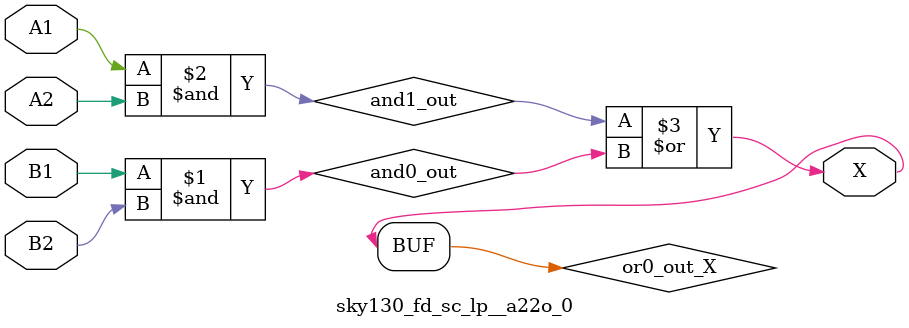
<source format=v>
/*
 * Copyright 2020 The SkyWater PDK Authors
 *
 * Licensed under the Apache License, Version 2.0 (the "License");
 * you may not use this file except in compliance with the License.
 * You may obtain a copy of the License at
 *
 *     https://www.apache.org/licenses/LICENSE-2.0
 *
 * Unless required by applicable law or agreed to in writing, software
 * distributed under the License is distributed on an "AS IS" BASIS,
 * WITHOUT WARRANTIES OR CONDITIONS OF ANY KIND, either express or implied.
 * See the License for the specific language governing permissions and
 * limitations under the License.
 *
 * SPDX-License-Identifier: Apache-2.0
*/


`ifndef SKY130_FD_SC_LP__A22O_0_FUNCTIONAL_V
`define SKY130_FD_SC_LP__A22O_0_FUNCTIONAL_V

/**
 * a22o: 2-input AND into both inputs of 2-input OR.
 *
 *       X = ((A1 & A2) | (B1 & B2))
 *
 * Verilog simulation functional model.
 */

`timescale 1ns / 1ps
`default_nettype none

`celldefine
module sky130_fd_sc_lp__a22o_0 (
    X ,
    A1,
    A2,
    B1,
    B2
);

    // Module ports
    output X ;
    input  A1;
    input  A2;
    input  B1;
    input  B2;

    // Local signals
    wire and0_out ;
    wire and1_out ;
    wire or0_out_X;

    //  Name  Output     Other arguments
    and and0 (and0_out , B1, B2            );
    and and1 (and1_out , A1, A2            );
    or  or0  (or0_out_X, and1_out, and0_out);
    buf buf0 (X        , or0_out_X         );

endmodule
`endcelldefine

`default_nettype wire
`endif  // SKY130_FD_SC_LP__A22O_0_FUNCTIONAL_V

</source>
